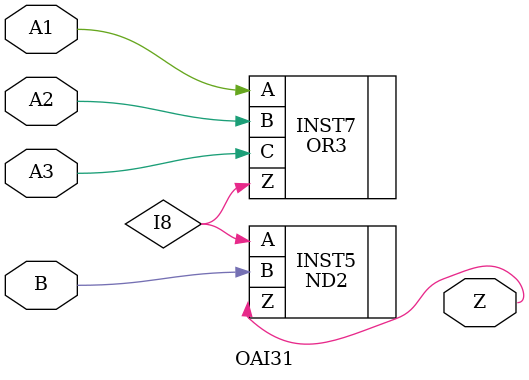
<source format=v>
`timescale 1 ns / 100 ps

/* Created by DB2VERILOG Version 1.2.0.2 on Fri Aug  5 11:15:04 1994 */
/* module compiled from "lsl2db 4.0.3" run */

module OAI31 (A1, A2, A3, B, Z);
input  A1, A2, A3, B;
output Z;
ND2 INST5 (.A(I8), .B(B), .Z(Z));
OR3 INST7 (.A(A1), .B(A2), .C(A3), .Z(I8));

endmodule


</source>
